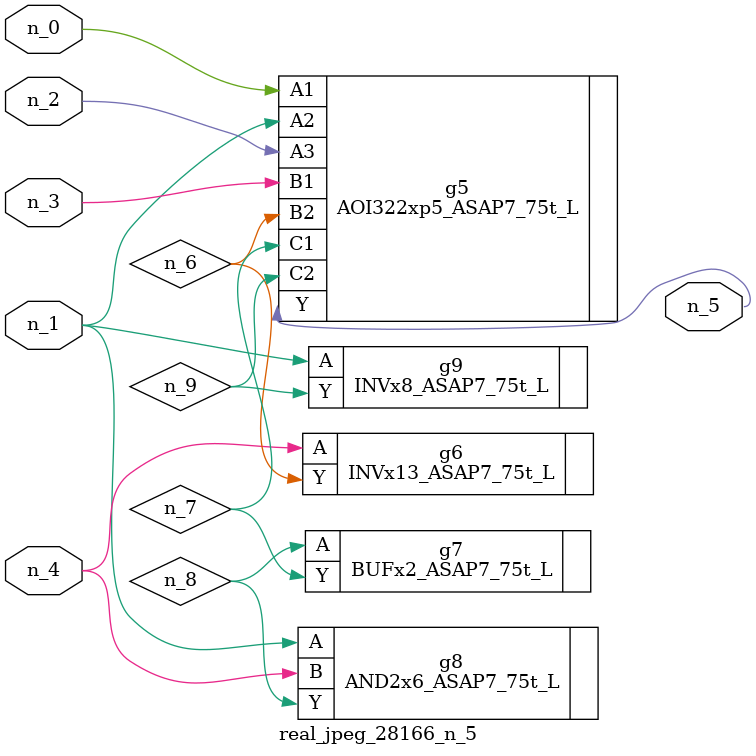
<source format=v>
module real_jpeg_28166_n_5 (n_4, n_0, n_1, n_2, n_3, n_5);

input n_4;
input n_0;
input n_1;
input n_2;
input n_3;

output n_5;

wire n_8;
wire n_6;
wire n_7;
wire n_9;

AOI322xp5_ASAP7_75t_L g5 ( 
.A1(n_0),
.A2(n_1),
.A3(n_2),
.B1(n_3),
.B2(n_6),
.C1(n_7),
.C2(n_9),
.Y(n_5)
);

AND2x6_ASAP7_75t_L g8 ( 
.A(n_1),
.B(n_4),
.Y(n_8)
);

INVx8_ASAP7_75t_L g9 ( 
.A(n_1),
.Y(n_9)
);

INVx13_ASAP7_75t_L g6 ( 
.A(n_4),
.Y(n_6)
);

BUFx2_ASAP7_75t_L g7 ( 
.A(n_8),
.Y(n_7)
);


endmodule
</source>
